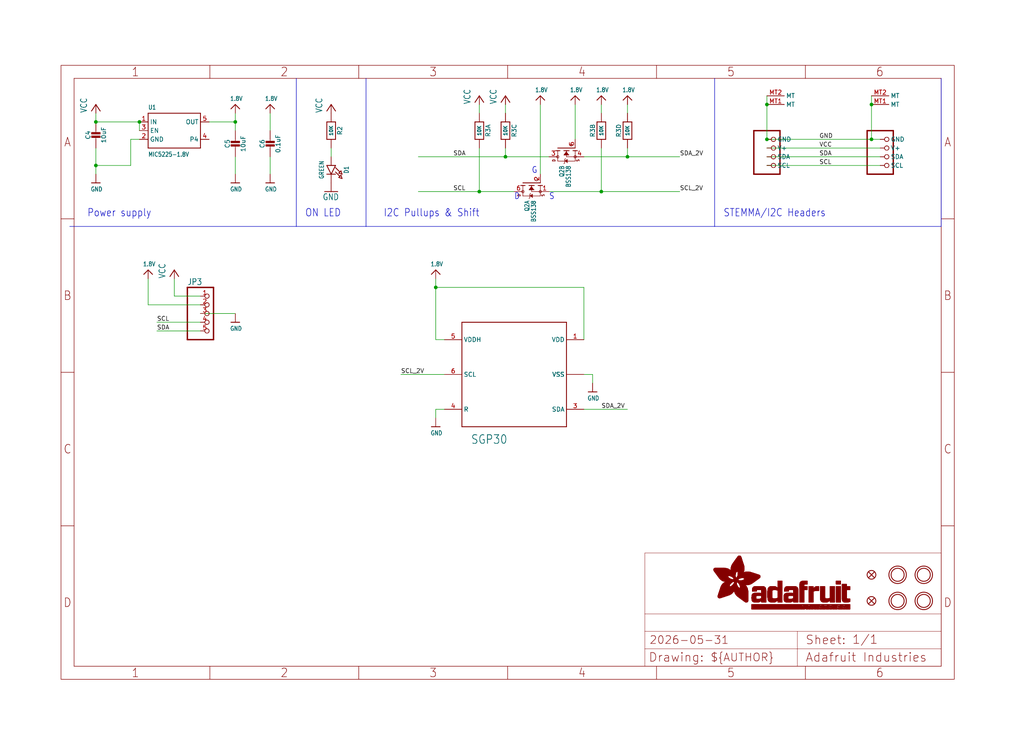
<source format=kicad_sch>
(kicad_sch (version 20230121) (generator eeschema)
  (paper "User" 298.45 217.322)
  (lib_symbols
    (symbol "working-eagle-import:1.8V" (power)
      (property "Value" "1.8V" (at -1.524 1.016 0))
      (symbol "1.8V_1_0"
        (pin power_in line (at 0 -2.54 90) (length 2.54) (name "1.8V") (number "1"))
      )
    )
    (symbol "working-eagle-import:CAP_CERAMIC0603_NO"
      (property "Reference" "C" (at -2.29 1.25 90))
      (symbol "CAP_CERAMIC0603_NO_1_0"
        (pin passive line (at 0 5.08 270) (length 2.54) (name "1") (number "1"))
        (pin passive line (at 0 -2.54 90) (length 2.54) (name "2") (number "2"))
      )
    )
    (symbol "working-eagle-import:CAP_CERAMIC0805-NOOUTLINE"
      (property "Reference" "C" (at -2.29 1.25 90))
      (symbol "CAP_CERAMIC0805-NOOUTLINE_1_0"
        (pin passive line (at 0 5.08 270) (length 2.54) (name "1") (number "1"))
        (pin passive line (at 0 -2.54 90) (length 2.54) (name "2") (number "2"))
      )
    )
    (symbol "working-eagle-import:FIDUCIAL_1MM")
    (symbol "working-eagle-import:FRAME_A4_ADAFRUIT"
      (symbol "FRAME_A4_ADAFRUIT_1_0"
        (text "${#}/${##}" (at 230.505 10.16 0) (effects (font (size 2.54 2.54)) (justify left bottom)))
        (text "${AUTHOR}" (at 189.23 5.08 0) (effects (font (size 2.286 2.286)) (justify left bottom)))
        (text "${CURRENT_DATE}" (at 171.45 10.16 0) (effects (font (size 2.286 2.286)) (justify left bottom)))
        (text "${PROJECTNAME}" (at 171.45 15.24 0) (effects (font (size 2.54 2.54)) (justify left bottom)))
        (text "1" (at 21.6958 1.905 0) (effects (font (size 2.54 2.286))))
        (text "1" (at 21.6958 177.165 0) (effects (font (size 2.54 2.286))))
        (text "2" (at 65.0875 1.905 0) (effects (font (size 2.54 2.286))))
        (text "2" (at 65.0875 177.165 0) (effects (font (size 2.54 2.286))))
        (text "3" (at 108.4792 1.905 0) (effects (font (size 2.54 2.286))))
        (text "3" (at 108.4792 177.165 0) (effects (font (size 2.54 2.286))))
        (text "4" (at 151.8708 1.905 0) (effects (font (size 2.54 2.286))))
        (text "4" (at 151.8708 177.165 0) (effects (font (size 2.54 2.286))))
        (text "5" (at 195.2625 1.905 0) (effects (font (size 2.54 2.286))))
        (text "5" (at 195.2625 177.165 0) (effects (font (size 2.54 2.286))))
        (text "6" (at 238.6542 1.905 0) (effects (font (size 2.54 2.286))))
        (text "6" (at 238.6542 177.165 0) (effects (font (size 2.54 2.286))))
        (text "A" (at 1.905 156.6863 0) (effects (font (size 2.54 2.286))))
        (text "A" (at 258.445 156.6863 0) (effects (font (size 2.54 2.286))))
        (text "Adafruit Industries" (at 216.916 4.953 0) (effects (font (size 2.54 2.54)) (justify left bottom)))
        (text "B" (at 1.905 111.9188 0) (effects (font (size 2.54 2.286))))
        (text "B" (at 258.445 111.9188 0) (effects (font (size 2.54 2.286))))
        (text "C" (at 1.905 67.1513 0) (effects (font (size 2.54 2.286))))
        (text "C" (at 258.445 67.1513 0) (effects (font (size 2.54 2.286))))
        (text "D" (at 1.905 22.3838 0) (effects (font (size 2.54 2.286))))
        (text "D" (at 258.445 22.3838 0) (effects (font (size 2.54 2.286))))
        (text "Drawing:" (at 171.196 4.953 0) (effects (font (size 2.54 2.54)) (justify left bottom)))
        (text "Sheet:" (at 216.916 10.033 0) (effects (font (size 2.54 2.54)) (justify left bottom)))
      )
    )
    (symbol "working-eagle-import:GND" (power)
      (property "Value" "GND" (at -1.524 -2.54 0))
      (symbol "GND_1_0"
        (pin power_in line (at 0 2.54 270) (length 2.54) (name "GND") (number "1"))
      )
    )
    (symbol "working-eagle-import:HEADER-1X570MIL"
      (property "Reference" "JP" (at -6.35 8.255 0))
      (symbol "HEADER-1X570MIL_1_0"
        (pin passive inverted (at -2.54 5.08 0) (length 2.54) (name "1") (number "1"))
        (pin passive inverted (at -2.54 2.54 0) (length 2.54) (name "2") (number "2"))
        (pin passive inverted (at -2.54 0 0) (length 2.54) (name "3") (number "3"))
        (pin passive inverted (at -2.54 -2.54 0) (length 2.54) (name "4") (number "4"))
        (pin passive inverted (at -2.54 -5.08 0) (length 2.54) (name "5") (number "5"))
      )
    )
    (symbol "working-eagle-import:LED0603_NOOUTLINE"
      (property "Reference" "D" (at -1.27 4.445 0))
      (symbol "LED0603_NOOUTLINE_1_0"
        (pin passive line (at -5.08 0 0) (length 2.54) (name "A") (number "A"))
        (pin passive line (at 2.54 0 180) (length 2.54) (name "C") (number "C"))
      )
    )
    (symbol "working-eagle-import:MOSFET-N_DUAL"
      (property "Reference" "Q" (at 5.08 0.635 0))
      (symbol "MOSFET-N_DUAL_1_0"
        (text "D" (at 3.175 3.175 0) (effects (font (size 0.8128 0.6908)) (justify left bottom)))
        (text "G" (at -1.27 -1.905 0) (effects (font (size 0.8128 0.6908)) (justify left bottom)))
        (text "S" (at 3.175 -3.81 0) (effects (font (size 0.8128 0.6908)) (justify left bottom)))
        (pin bidirectional line (at 2.54 -5.08 90) (length 2.54) (name "S") (number "1"))
        (pin bidirectional line (at -2.54 -2.54 0) (length 2.54) (name "G") (number "2"))
        (pin bidirectional line (at 2.54 5.08 270) (length 2.54) (name "D") (number "6"))
      )
      (symbol "MOSFET-N_DUAL_2_0"
        (text "D" (at 3.175 3.175 0) (effects (font (size 0.8128 0.6908)) (justify left bottom)))
        (text "G" (at -1.27 -1.905 0) (effects (font (size 0.8128 0.6908)) (justify left bottom)))
        (text "S" (at 3.175 -3.81 0) (effects (font (size 0.8128 0.6908)) (justify left bottom)))
        (pin bidirectional line (at 2.54 5.08 270) (length 2.54) (name "D") (number "3"))
        (pin bidirectional line (at 2.54 -5.08 90) (length 2.54) (name "S") (number "4"))
        (pin bidirectional line (at -2.54 -2.54 0) (length 2.54) (name "G") (number "5"))
      )
    )
    (symbol "working-eagle-import:MOUNTINGHOLE2.5")
    (symbol "working-eagle-import:RESISTOR_0603_NOOUT"
      (property "Reference" "R" (at 0 2.54 0))
      (symbol "RESISTOR_0603_NOOUT_1_0"
        (pin passive line (at -5.08 0 0) (length 2.54) (name "1") (number "1"))
        (pin passive line (at 5.08 0 180) (length 2.54) (name "2") (number "2"))
      )
    )
    (symbol "working-eagle-import:RESISTOR_4PACK"
      (property "Reference" "R" (at 0 2.54 0))
      (symbol "RESISTOR_4PACK_1_0"
        (pin passive line (at -5.08 0 0) (length 2.54) (name "1") (number "1"))
        (pin passive line (at 5.08 0 180) (length 2.54) (name "2") (number "8"))
      )
      (symbol "RESISTOR_4PACK_2_0"
        (pin passive line (at -5.08 0 0) (length 2.54) (name "1") (number "2"))
        (pin passive line (at 5.08 0 180) (length 2.54) (name "2") (number "7"))
      )
      (symbol "RESISTOR_4PACK_3_0"
        (pin passive line (at -5.08 0 0) (length 2.54) (name "1") (number "3"))
        (pin passive line (at 5.08 0 180) (length 2.54) (name "2") (number "6"))
      )
      (symbol "RESISTOR_4PACK_4_0"
        (pin passive line (at -5.08 0 0) (length 2.54) (name "1") (number "4"))
        (pin passive line (at 5.08 0 180) (length 2.54) (name "2") (number "5"))
      )
    )
    (symbol "working-eagle-import:SGP30"
      (symbol "SGP30_1_0"
        (pin bidirectional line (at 20.32 10.16 180) (length 5.08) (name "VDD") (number "1"))
        (pin bidirectional line (at 20.32 0 180) (length 5.08) (name "VSS") (number "2"))
        (pin bidirectional line (at 20.32 -10.16 180) (length 5.08) (name "SDA") (number "3"))
        (pin bidirectional line (at -20.32 -10.16 0) (length 5.08) (name "R") (number "4"))
        (pin bidirectional line (at -20.32 10.16 0) (length 5.08) (name "VDDH") (number "5"))
        (pin bidirectional line (at -20.32 0 0) (length 5.08) (name "SCL") (number "6"))
        (pin bidirectional line (at 20.32 0 180) (length 5.08) (name "VSS") (number "P$7"))
      )
    )
    (symbol "working-eagle-import:STEMMA_I2C_QT"
      (symbol "STEMMA_I2C_QT_1_0"
        (pin passive inverted (at 0 5.08 0) (length 2.54) (name "GND") (number "1"))
        (pin passive inverted (at 0 2.54 0) (length 2.54) (name "V+") (number "2"))
        (pin passive inverted (at 0 0 0) (length 2.54) (name "SDA") (number "3"))
        (pin passive inverted (at 0 -2.54 0) (length 2.54) (name "SCL") (number "4"))
      )
      (symbol "STEMMA_I2C_QT_2_0"
        (pin bidirectional line (at 0 0 0) (length 5.08) (name "MT") (number "MT1"))
      )
      (symbol "STEMMA_I2C_QT_3_0"
        (pin bidirectional line (at 0 0 0) (length 5.08) (name "MT") (number "MT2"))
      )
    )
    (symbol "working-eagle-import:VCC" (power)
      (property "Value" "VCC" (at -2.54 -2.54 90))
      (symbol "VCC_1_0"
        (pin power_in line (at 0 -2.54 90) (length 2.54) (name "VCC") (number "1"))
      )
    )
    (symbol "working-eagle-import:VREG_SOT23-5"
      (property "Reference" "U" (at -7.62 6.096 0))
      (symbol "VREG_SOT23-5_1_0"
        (pin power_in line (at -10.16 2.54 0) (length 2.54) (name "IN") (number "1"))
        (pin power_in line (at -10.16 -2.54 0) (length 2.54) (name "GND") (number "2"))
        (pin input line (at -10.16 0 0) (length 2.54) (name "EN") (number "3"))
        (pin bidirectional line (at 10.16 -2.54 180) (length 2.54) (name "P4") (number "4"))
        (pin power_in line (at 10.16 2.54 180) (length 2.54) (name "OUT") (number "5"))
      )
    )
    (symbol "working-eagle-import:supply1_GND" (power)
      (property "Value" "supply1_GND" (at -2.54 -2.54 0))
      (symbol "supply1_GND_1_0"
        (pin power_in line (at 0 2.54 270) (length 2.54) (name "GND") (number "1"))
      )
    )
  )
  (junction (at 27.94 48.26))
  (junction (at 40.64 35.56))
  (junction (at 223.52 40.64))
  (junction (at 254 40.64))
  (junction (at 182.88 45.72))
  (junction (at 223.52 30.48))
  (junction (at 147.32 45.72))
  (junction (at 27.94 35.56))
  (junction (at 127 83.82))
  (junction (at 254 30.48))
  (junction (at 139.7 55.88))
  (junction (at 175.26 55.88))
  (junction (at 68.58 35.56))
  (wire (pts (xy 170.18 83.82) (xy 170.18 99.06)) (stroke (width 0.1524)))
  (wire (pts (xy 223.52 30.48) (xy 223.52 40.64)) (stroke (width 0.1524)))
  (wire (pts (xy 149.86 55.88) (xy 139.7 55.88)) (stroke (width 0.1524)))
  (wire (pts (xy 175.26 43.18) (xy 175.26 55.88)) (stroke (width 0.1524)))
  (wire (pts (xy 139.7 43.18) (xy 139.7 55.88)) (stroke (width 0.1524)))
  (wire (pts (xy 96.52 45.72) (xy 96.52 43.18)) (stroke (width 0.1524)))
  (wire (pts (xy 182.88 45.72) (xy 198.12 45.72)) (stroke (width 0.1524)))
  (wire (pts (xy 139.7 30.48) (xy 139.7 33.02)) (stroke (width 0.1524)))
  (wire (pts (xy 78.74 33.02) (xy 78.74 38.1)) (stroke (width 0.1524)))
  (wire (pts (xy 223.52 43.18) (xy 256.54 43.18)) (stroke (width 0.1524)))
  (wire (pts (xy 160.02 45.72) (xy 147.32 45.72)) (stroke (width 0.1524)))
  (wire (pts (xy 40.64 35.56) (xy 27.94 35.56)) (stroke (width 0.1524)))
  (wire (pts (xy 256.54 45.72) (xy 223.52 45.72)) (stroke (width 0.1524)))
  (polyline (pts (xy 86.36 22.86) (xy 86.36 66.04)) (stroke (width 0.1524) (type solid)))
  (wire (pts (xy 27.94 48.26) (xy 27.94 43.18)) (stroke (width 0.1524)))
  (wire (pts (xy 175.26 55.88) (xy 198.12 55.88)) (stroke (width 0.1524)))
  (polyline (pts (xy 208.28 22.86) (xy 208.28 66.04)) (stroke (width 0.1524) (type solid)))
  (wire (pts (xy 147.32 45.72) (xy 121.92 45.72)) (stroke (width 0.1524)))
  (wire (pts (xy 27.94 33.02) (xy 27.94 35.56)) (stroke (width 0.1524)))
  (wire (pts (xy 38.1 40.64) (xy 38.1 48.26)) (stroke (width 0.1524)))
  (wire (pts (xy 254 40.64) (xy 223.52 40.64)) (stroke (width 0.1524)))
  (wire (pts (xy 68.58 35.56) (xy 68.58 38.1)) (stroke (width 0.1524)))
  (wire (pts (xy 58.42 88.9) (xy 43.18 88.9)) (stroke (width 0.1524)))
  (wire (pts (xy 38.1 48.26) (xy 27.94 48.26)) (stroke (width 0.1524)))
  (polyline (pts (xy 20.32 66.04) (xy 86.36 66.04)) (stroke (width 0.1524) (type solid)))
  (wire (pts (xy 58.42 93.98) (xy 45.72 93.98)) (stroke (width 0.1524)))
  (wire (pts (xy 182.88 43.18) (xy 182.88 45.72)) (stroke (width 0.1524)))
  (wire (pts (xy 170.18 109.22) (xy 172.72 109.22)) (stroke (width 0.1524)))
  (wire (pts (xy 129.54 119.38) (xy 127 119.38)) (stroke (width 0.1524)))
  (wire (pts (xy 129.54 99.06) (xy 127 99.06)) (stroke (width 0.1524)))
  (wire (pts (xy 254 30.48) (xy 254 40.64)) (stroke (width 0.1524)))
  (wire (pts (xy 223.52 48.26) (xy 256.54 48.26)) (stroke (width 0.1524)))
  (wire (pts (xy 129.54 109.22) (xy 116.84 109.22)) (stroke (width 0.1524)))
  (wire (pts (xy 139.7 55.88) (xy 121.92 55.88)) (stroke (width 0.1524)))
  (wire (pts (xy 27.94 48.26) (xy 27.94 50.8)) (stroke (width 0.1524)))
  (wire (pts (xy 167.64 40.64) (xy 167.64 30.48)) (stroke (width 0.1524)))
  (wire (pts (xy 256.54 40.64) (xy 254 40.64)) (stroke (width 0.1524)))
  (wire (pts (xy 223.52 27.94) (xy 223.52 30.48)) (stroke (width 0.1524)))
  (wire (pts (xy 254 27.94) (xy 254 30.48)) (stroke (width 0.1524)))
  (wire (pts (xy 68.58 45.72) (xy 68.58 50.8)) (stroke (width 0.1524)))
  (wire (pts (xy 127 99.06) (xy 127 83.82)) (stroke (width 0.1524)))
  (wire (pts (xy 40.64 38.1) (xy 40.64 35.56)) (stroke (width 0.1524)))
  (wire (pts (xy 43.18 88.9) (xy 43.18 81.28)) (stroke (width 0.1524)))
  (wire (pts (xy 40.64 40.64) (xy 38.1 40.64)) (stroke (width 0.1524)))
  (wire (pts (xy 182.88 33.02) (xy 182.88 30.48)) (stroke (width 0.1524)))
  (wire (pts (xy 160.02 55.88) (xy 175.26 55.88)) (stroke (width 0.1524)))
  (wire (pts (xy 58.42 86.36) (xy 50.8 86.36)) (stroke (width 0.1524)))
  (wire (pts (xy 157.48 50.8) (xy 157.48 30.48)) (stroke (width 0.1524)))
  (polyline (pts (xy 106.68 66.04) (xy 208.28 66.04)) (stroke (width 0.1524) (type solid)))
  (wire (pts (xy 68.58 35.56) (xy 68.58 33.02)) (stroke (width 0.1524)))
  (wire (pts (xy 172.72 109.22) (xy 172.72 111.76)) (stroke (width 0.1524)))
  (polyline (pts (xy 86.36 66.04) (xy 106.68 66.04)) (stroke (width 0.1524) (type solid)))
  (wire (pts (xy 58.42 91.44) (xy 68.58 91.44)) (stroke (width 0.1524)))
  (wire (pts (xy 175.26 33.02) (xy 175.26 30.48)) (stroke (width 0.1524)))
  (polyline (pts (xy 274.32 22.86) (xy 274.32 66.04)) (stroke (width 0.1524) (type solid)))
  (wire (pts (xy 127 119.38) (xy 127 121.92)) (stroke (width 0.1524)))
  (wire (pts (xy 147.32 33.02) (xy 147.32 30.48)) (stroke (width 0.1524)))
  (wire (pts (xy 147.32 43.18) (xy 147.32 45.72)) (stroke (width 0.1524)))
  (polyline (pts (xy 106.68 22.86) (xy 106.68 66.04)) (stroke (width 0.1524) (type solid)))
  (wire (pts (xy 170.18 119.38) (xy 182.88 119.38)) (stroke (width 0.1524)))
  (wire (pts (xy 170.18 45.72) (xy 182.88 45.72)) (stroke (width 0.1524)))
  (wire (pts (xy 50.8 86.36) (xy 50.8 81.28)) (stroke (width 0.1524)))
  (wire (pts (xy 60.96 35.56) (xy 68.58 35.56)) (stroke (width 0.1524)))
  (polyline (pts (xy 208.28 66.04) (xy 274.32 66.04)) (stroke (width 0.1524) (type solid)))
  (wire (pts (xy 58.42 96.52) (xy 45.72 96.52)) (stroke (width 0.1524)))
  (wire (pts (xy 78.74 45.72) (xy 78.74 50.8)) (stroke (width 0.1524)))
  (wire (pts (xy 127 83.82) (xy 170.18 83.82)) (stroke (width 0.1524)))
  (wire (pts (xy 127 83.82) (xy 127 81.28)) (stroke (width 0.1524)))
  (text "STEMMA/I2C Headers" (at 210.82 63.5 0) (effects (font (size 2.1844 1.8567)) (justify left bottom)))
  (text "D" (at 149.86 58.42 0) (effects (font (size 1.778 1.5113)) (justify left bottom)))
  (text "Power supply" (at 25.4 63.5 0) (effects (font (size 2.1844 1.8567)) (justify left bottom)))
  (text "G" (at 154.94 50.8 0) (effects (font (size 1.778 1.5113)) (justify left bottom)))
  (text "I2C Pullups & Shift" (at 111.76 63.5 0) (effects (font (size 2.1844 1.8567)) (justify left bottom)))
  (text "ON LED" (at 88.9 63.5 0) (effects (font (size 2.1844 1.8567)) (justify left bottom)))
  (text "S" (at 160.02 58.42 0) (effects (font (size 1.778 1.5113)) (justify left bottom)))
  (label "SDA" (at 132.08 45.72 0) (effects (font (size 1.2446 1.2446))))
  (label "SDA_2V" (at 198.12 45.72 0) (effects (font (size 1.2446 1.2446))))
  (label "VCC" (at 238.76 43.18 0) (effects (font (size 1.2446 1.2446))))
  (label "SCL" (at 132.08 55.88 0) (effects (font (size 1.2446 1.2446))))
  (label "SCL_2V" (at 116.84 109.22 0) (effects (font (size 1.2446 1.2446))))
  (label "SCL_2V" (at 198.12 55.88 0) (effects (font (size 1.2446 1.2446))))
  (label "SCL" (at 45.72 93.98 0) (effects (font (size 1.2446 1.2446))))
  (label "SDA" (at 45.72 96.52 0) (effects (font (size 1.2446 1.2446))))
  (label "SCL" (at 238.76 48.26 0) (effects (font (size 1.2446 1.2446))))
  (label "GND" (at 238.76 40.64 0) (effects (font (size 1.2446 1.2446))))
  (label "SDA_2V" (at 175.26 119.38 0) (effects (font (size 1.2446 1.2446))))
  (label "SDA" (at 238.76 45.72 0) (effects (font (size 1.2446 1.2446))))
  (symbol (lib_id "working-eagle-import:GND") (at 68.58 53.34 0) (unit 1)
    (property "Reference" "#U$14" (effects hide))
    (property "Value" "GND" (at 67.056 55.88 0) (effects (font (size 1.27 1.0795)) (justify left bottom)))
  )
  (symbol (lib_id "working-eagle-import:FRAME_A4_ADAFRUIT") (at 17.78 198.12 0) (unit 1)
    (property "Reference" "#U$30" (effects hide))
    (property "Value" "FRAME_A4_ADAFRUIT" (effects hide))
  )
  (symbol (lib_id "working-eagle-import:1.8V") (at 78.74 30.48 0) (unit 1)
    (property "Reference" "#U$19" (effects hide))
    (property "Value" "1.8V" (at 77.216 29.464 0) (effects (font (size 1.27 1.0795)) (justify left bottom)))
  )
  (symbol (lib_id "working-eagle-import:1.8V") (at 157.48 27.94 0) (unit 1)
    (property "Reference" "#U$22" (effects hide))
    (property "Value" "1.8V" (at 155.956 26.924 0) (effects (font (size 1.27 1.0795)) (justify left bottom)))
  )
  (symbol (lib_id "working-eagle-import:1.8V") (at 68.58 30.48 0) (unit 1)
    (property "Reference" "#U$38" (effects hide))
    (property "Value" "1.8V" (at 67.056 29.464 0) (effects (font (size 1.27 1.0795)) (justify left bottom)))
  )
  (symbol (lib_id "working-eagle-import:GND") (at 78.74 53.34 0) (unit 1)
    (property "Reference" "#U$15" (effects hide))
    (property "Value" "GND" (at 77.216 55.88 0) (effects (font (size 1.27 1.0795)) (justify left bottom)))
  )
  (symbol (lib_id "working-eagle-import:GND") (at 172.72 114.3 0) (unit 1)
    (property "Reference" "#U$11" (effects hide))
    (property "Value" "GND" (at 171.196 116.84 0) (effects (font (size 1.27 1.0795)) (justify left bottom)))
  )
  (symbol (lib_id "working-eagle-import:GND") (at 27.94 53.34 0) (unit 1)
    (property "Reference" "#U$12" (effects hide))
    (property "Value" "GND" (at 26.416 55.88 0) (effects (font (size 1.27 1.0795)) (justify left bottom)))
  )
  (symbol (lib_id "working-eagle-import:RESISTOR_0603_NOOUT") (at 96.52 38.1 270) (unit 1)
    (property "Reference" "R2" (at 99.06 38.1 0))
    (property "Value" "10K" (at 96.52 38.1 0) (effects (font (size 1.016 1.016) bold)))
    (property "Footprint" "working:0603-NO" (effects hide))
  )
  (symbol (lib_id "working-eagle-import:MOUNTINGHOLE2.5") (at 269.24 167.64 0) (unit 1)
    (property "Reference" "U$31" (effects hide))
    (property "Value" "MOUNTINGHOLE2.5" (effects hide))
    (property "Footprint" "working:MOUNTINGHOLE_2.5_PLATED" (effects hide))
  )
  (symbol (lib_id "working-eagle-import:RESISTOR_4PACK") (at 182.88 38.1 90) (mirror x) (unit 4)
    (property "Reference" "R3" (at 180.34 38.1 0))
    (property "Value" "10K" (at 182.88 38.1 0) (effects (font (size 1.016 1.016) bold)))
    (property "Footprint" "working:RESPACK_4X0603" (effects hide))
  )
  (symbol (lib_id "working-eagle-import:STEMMA_I2C_QT") (at 223.52 27.94 0) (unit 3)
    (property "Reference" "CONN3" (effects hide))
    (property "Value" "STEMMA_I2C_QT" (effects hide))
    (property "Footprint" "working:JST_SH4" (effects hide))
  )
  (symbol (lib_id "working-eagle-import:MOUNTINGHOLE2.5") (at 261.62 167.64 0) (unit 1)
    (property "Reference" "U$29" (effects hide))
    (property "Value" "MOUNTINGHOLE2.5" (effects hide))
    (property "Footprint" "working:MOUNTINGHOLE_2.5_PLATED" (effects hide))
  )
  (symbol (lib_id "working-eagle-import:CAP_CERAMIC0805-NOOUTLINE") (at 68.58 43.18 0) (unit 1)
    (property "Reference" "C5" (at 66.29 41.93 90))
    (property "Value" "10uF" (at 70.88 41.93 90))
    (property "Footprint" "working:0805-NO" (effects hide))
  )
  (symbol (lib_id "working-eagle-import:1.8V") (at 182.88 27.94 0) (unit 1)
    (property "Reference" "#U$25" (effects hide))
    (property "Value" "1.8V" (at 181.356 26.924 0) (effects (font (size 1.27 1.0795)) (justify left bottom)))
  )
  (symbol (lib_id "working-eagle-import:VREG_SOT23-5") (at 50.8 38.1 0) (unit 1)
    (property "Reference" "U1" (at 43.18 32.004 0) (effects (font (size 1.27 1.0795)) (justify left bottom)))
    (property "Value" "MIC5225-1.8V" (at 43.18 45.72 0) (effects (font (size 1.27 1.0795)) (justify left bottom)))
    (property "Footprint" "working:SOT23-5" (effects hide))
  )
  (symbol (lib_id "working-eagle-import:FIDUCIAL_1MM") (at 254 167.64 0) (unit 1)
    (property "Reference" "FID4" (effects hide))
    (property "Value" "FIDUCIAL_1MM" (effects hide))
    (property "Footprint" "working:FIDUCIAL_1MM" (effects hide))
  )
  (symbol (lib_id "working-eagle-import:RESISTOR_4PACK") (at 175.26 38.1 90) (mirror x) (unit 2)
    (property "Reference" "R3" (at 172.72 38.1 0))
    (property "Value" "10K" (at 175.26 38.1 0) (effects (font (size 1.016 1.016) bold)))
    (property "Footprint" "working:RESPACK_4X0603" (effects hide))
  )
  (symbol (lib_id "working-eagle-import:GND") (at 68.58 93.98 0) (unit 1)
    (property "Reference" "#U$18" (effects hide))
    (property "Value" "GND" (at 67.056 96.52 0) (effects (font (size 1.27 1.0795)) (justify left bottom)))
  )
  (symbol (lib_id "working-eagle-import:CAP_CERAMIC0805-NOOUTLINE") (at 27.94 40.64 0) (unit 1)
    (property "Reference" "C4" (at 25.65 39.39 90))
    (property "Value" "10uF" (at 30.24 39.39 90))
    (property "Footprint" "working:0805-NO" (effects hide))
  )
  (symbol (lib_id "working-eagle-import:VCC") (at 27.94 30.48 0) (unit 1)
    (property "Reference" "#P+11" (effects hide))
    (property "Value" "VCC" (at 25.4 33.02 90) (effects (font (size 1.778 1.5113)) (justify left bottom)))
  )
  (symbol (lib_id "working-eagle-import:VCC") (at 139.7 27.94 0) (unit 1)
    (property "Reference" "#P+3" (effects hide))
    (property "Value" "VCC" (at 137.16 30.48 90) (effects (font (size 1.778 1.5113)) (justify left bottom)))
  )
  (symbol (lib_id "working-eagle-import:HEADER-1X570MIL") (at 60.96 91.44 0) (unit 1)
    (property "Reference" "JP3" (at 54.61 83.185 0) (effects (font (size 1.778 1.5113)) (justify left bottom)))
    (property "Value" "HEADER-1X570MIL" (effects hide))
    (property "Footprint" "working:1X05_ROUND_70" (effects hide))
  )
  (symbol (lib_id "working-eagle-import:supply1_GND") (at 96.52 55.88 0) (unit 1)
    (property "Reference" "#GND6" (effects hide))
    (property "Value" "GND" (at 93.98 58.42 0) (effects (font (size 1.778 1.5113)) (justify left bottom)))
  )
  (symbol (lib_id "working-eagle-import:RESISTOR_4PACK") (at 139.7 38.1 270) (unit 1)
    (property "Reference" "R3" (at 142.24 38.1 0))
    (property "Value" "10K" (at 139.7 38.1 0) (effects (font (size 1.016 1.016) bold)))
    (property "Footprint" "working:RESPACK_4X0603" (effects hide))
  )
  (symbol (lib_id "working-eagle-import:MOSFET-N_DUAL") (at 165.1 43.18 90) (mirror x) (unit 2)
    (property "Reference" "Q2" (at 164.465 48.26 0) (effects (font (size 1.27 1.0795)) (justify left bottom)))
    (property "Value" "BSS138" (at 166.37 48.26 0) (effects (font (size 1.27 1.0795)) (justify left bottom)))
    (property "Footprint" "working:SOT363" (effects hide))
  )
  (symbol (lib_id "working-eagle-import:STEMMA_I2C_QT") (at 223.52 30.48 0) (unit 2)
    (property "Reference" "CONN3" (effects hide))
    (property "Value" "STEMMA_I2C_QT" (effects hide))
    (property "Footprint" "working:JST_SH4" (effects hide))
  )
  (symbol (lib_id "working-eagle-import:CAP_CERAMIC0603_NO") (at 78.74 43.18 0) (unit 1)
    (property "Reference" "C6" (at 76.45 41.93 90))
    (property "Value" "0.1uF" (at 81.04 41.93 90))
    (property "Footprint" "working:0603-NO" (effects hide))
  )
  (symbol (lib_id "working-eagle-import:VCC") (at 96.52 30.48 0) (unit 1)
    (property "Reference" "#P+13" (effects hide))
    (property "Value" "VCC" (at 93.98 33.02 90) (effects (font (size 1.778 1.5113)) (justify left bottom)))
  )
  (symbol (lib_id "working-eagle-import:STEMMA_I2C_QT") (at 254 27.94 0) (unit 3)
    (property "Reference" "CONN4" (effects hide))
    (property "Value" "STEMMA_I2C_QT" (effects hide))
    (property "Footprint" "working:JST_SH4" (effects hide))
  )
  (symbol (lib_id "working-eagle-import:LED0603_NOOUTLINE") (at 96.52 50.8 270) (unit 1)
    (property "Reference" "D1" (at 100.965 49.53 0) (effects (font (size 1.27 1.0795))))
    (property "Value" "GREEN" (at 93.726 49.53 0) (effects (font (size 1.27 1.0795))))
    (property "Footprint" "working:CHIPLED_0603_NOOUTLINE" (effects hide))
  )
  (symbol (lib_id "working-eagle-import:1.8V") (at 175.26 27.94 0) (unit 1)
    (property "Reference" "#U$24" (effects hide))
    (property "Value" "1.8V" (at 173.736 26.924 0) (effects (font (size 1.27 1.0795)) (justify left bottom)))
  )
  (symbol (lib_id "working-eagle-import:VCC") (at 147.32 27.94 0) (unit 1)
    (property "Reference" "#P+9" (effects hide))
    (property "Value" "VCC" (at 144.78 30.48 90) (effects (font (size 1.778 1.5113)) (justify left bottom)))
  )
  (symbol (lib_id "working-eagle-import:MOSFET-N_DUAL") (at 154.94 53.34 90) (mirror x) (unit 1)
    (property "Reference" "Q2" (at 154.305 58.42 0) (effects (font (size 1.27 1.0795)) (justify left bottom)))
    (property "Value" "BSS138" (at 156.21 58.42 0) (effects (font (size 1.27 1.0795)) (justify left bottom)))
    (property "Footprint" "working:SOT363" (effects hide))
  )
  (symbol (lib_id "working-eagle-import:STEMMA_I2C_QT") (at 256.54 45.72 0) (unit 1)
    (property "Reference" "CONN4" (effects hide))
    (property "Value" "STEMMA_I2C_QT" (effects hide))
    (property "Footprint" "working:JST_SH4" (effects hide))
  )
  (symbol (lib_id "working-eagle-import:MOUNTINGHOLE2.5") (at 261.62 175.26 0) (unit 1)
    (property "Reference" "U$28" (effects hide))
    (property "Value" "MOUNTINGHOLE2.5" (effects hide))
    (property "Footprint" "working:MOUNTINGHOLE_2.5_PLATED" (effects hide))
  )
  (symbol (lib_id "working-eagle-import:1.8V") (at 43.18 78.74 0) (unit 1)
    (property "Reference" "#U$21" (effects hide))
    (property "Value" "1.8V" (at 41.656 77.724 0) (effects (font (size 1.27 1.0795)) (justify left bottom)))
  )
  (symbol (lib_id "working-eagle-import:1.8V") (at 127 78.74 0) (unit 1)
    (property "Reference" "#U$26" (effects hide))
    (property "Value" "1.8V" (at 125.476 77.724 0) (effects (font (size 1.27 1.0795)) (justify left bottom)))
  )
  (symbol (lib_id "working-eagle-import:MOUNTINGHOLE2.5") (at 269.24 175.26 0) (unit 1)
    (property "Reference" "U$32" (effects hide))
    (property "Value" "MOUNTINGHOLE2.5" (effects hide))
    (property "Footprint" "working:MOUNTINGHOLE_2.5_PLATED" (effects hide))
  )
  (symbol (lib_id "working-eagle-import:RESISTOR_4PACK") (at 147.32 38.1 270) (unit 3)
    (property "Reference" "R3" (at 149.86 38.1 0))
    (property "Value" "10K" (at 147.32 38.1 0) (effects (font (size 1.016 1.016) bold)))
    (property "Footprint" "working:RESPACK_4X0603" (effects hide))
  )
  (symbol (lib_id "working-eagle-import:GND") (at 127 124.46 0) (unit 1)
    (property "Reference" "#U$7" (effects hide))
    (property "Value" "GND" (at 125.476 127 0) (effects (font (size 1.27 1.0795)) (justify left bottom)))
  )
  (symbol (lib_id "working-eagle-import:FIDUCIAL_1MM") (at 254 175.26 0) (unit 1)
    (property "Reference" "FID3" (effects hide))
    (property "Value" "FIDUCIAL_1MM" (effects hide))
    (property "Footprint" "working:FIDUCIAL_1MM" (effects hide))
  )
  (symbol (lib_id "working-eagle-import:SGP30") (at 149.86 109.22 0) (unit 1)
    (property "Reference" "U$2" (effects hide))
    (property "Value" "SGP30" (at 137.16 129.54 0) (effects (font (size 2.54 2.159)) (justify left bottom)))
    (property "Footprint" "working:SGP30" (effects hide))
  )
  (symbol (lib_id "working-eagle-import:STEMMA_I2C_QT") (at 223.52 45.72 0) (unit 1)
    (property "Reference" "CONN3" (effects hide))
    (property "Value" "STEMMA_I2C_QT" (effects hide))
    (property "Footprint" "working:JST_SH4" (effects hide))
  )
  (symbol (lib_id "working-eagle-import:STEMMA_I2C_QT") (at 254 30.48 0) (unit 2)
    (property "Reference" "CONN4" (effects hide))
    (property "Value" "STEMMA_I2C_QT" (effects hide))
    (property "Footprint" "working:JST_SH4" (effects hide))
  )
  (symbol (lib_id "working-eagle-import:1.8V") (at 167.64 27.94 0) (unit 1)
    (property "Reference" "#U$23" (effects hide))
    (property "Value" "1.8V" (at 166.116 26.924 0) (effects (font (size 1.27 1.0795)) (justify left bottom)))
  )
  (symbol (lib_id "working-eagle-import:VCC") (at 50.8 78.74 0) (unit 1)
    (property "Reference" "#P+12" (effects hide))
    (property "Value" "VCC" (at 48.26 81.28 90) (effects (font (size 1.778 1.5113)) (justify left bottom)))
  )
)
</source>
